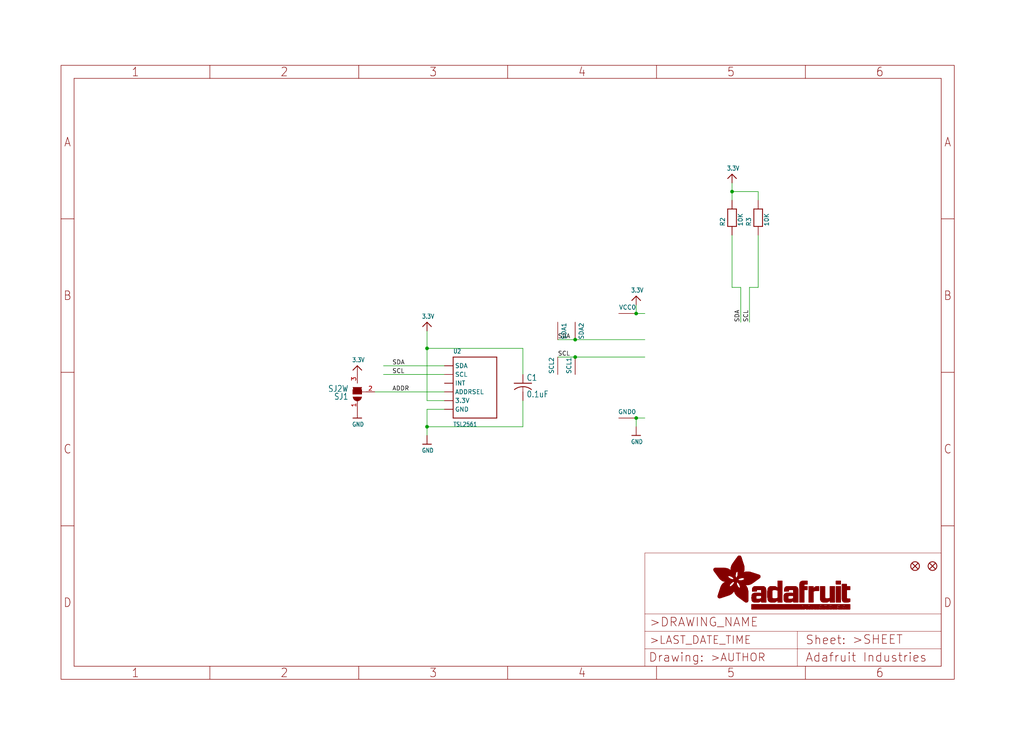
<source format=kicad_sch>
(kicad_sch (version 20211123) (generator eeschema)
  (paper "User" 298.45 217.881)
  (lib_symbols
    (symbol "schematicEagle-eagle-import:3.3V" (power)
      (property "Value" "3.3V" (at -1.524 1.016 0))
      (symbol "3.3V_1_0"
        (pin power_in line (at 0 -2.54 90) (length 2.54) (name "3.3V") (number "1"))
      )
    )
    (symbol "schematicEagle-eagle-import:C-USC0805K"
      (property "Reference" "C" (at 1.016 0.635 0))
      (property "Value" "C-USC0805K" (at 1.016 -4.191 0))
      (symbol "C-USC0805K_1_0"
        (pin passive line (at 0 2.54 270) (length 2.54) (name "1") (number "1"))
        (pin passive line (at 0 -5.08 90) (length 2.54) (name "2") (number "2"))
      )
    )
    (symbol "schematicEagle-eagle-import:FIDUCIAL{dblquote}{dblquote}")
    (symbol "schematicEagle-eagle-import:FRAME_A4_ADAFRUIT"
      (symbol "FRAME_A4_ADAFRUIT_0_0"
        (text "1" (at 21.6958 1.905 0) (effects (font (size 2.54 2.286))))
        (text "1" (at 21.6958 177.165 0) (effects (font (size 2.54 2.286))))
        (text "2" (at 65.0875 1.905 0) (effects (font (size 2.54 2.286))))
        (text "2" (at 65.0875 177.165 0) (effects (font (size 2.54 2.286))))
        (text "3" (at 108.4792 1.905 0) (effects (font (size 2.54 2.286))))
        (text "3" (at 108.4792 177.165 0) (effects (font (size 2.54 2.286))))
        (text "4" (at 151.8708 1.905 0) (effects (font (size 2.54 2.286))))
        (text "4" (at 151.8708 177.165 0) (effects (font (size 2.54 2.286))))
        (text "5" (at 195.2625 1.905 0) (effects (font (size 2.54 2.286))))
        (text "5" (at 195.2625 177.165 0) (effects (font (size 2.54 2.286))))
        (text "6" (at 238.6542 1.905 0) (effects (font (size 2.54 2.286))))
        (text "6" (at 238.6542 177.165 0) (effects (font (size 2.54 2.286))))
        (text "A" (at 1.905 156.6863 0) (effects (font (size 2.54 2.286))))
        (text "A" (at 258.445 156.6863 0) (effects (font (size 2.54 2.286))))
        (text "B" (at 1.905 111.9188 0) (effects (font (size 2.54 2.286))))
        (text "B" (at 258.445 111.9188 0) (effects (font (size 2.54 2.286))))
        (text "C" (at 1.905 67.1513 0) (effects (font (size 2.54 2.286))))
        (text "C" (at 258.445 67.1513 0) (effects (font (size 2.54 2.286))))
        (text "D" (at 1.905 22.3838 0) (effects (font (size 2.54 2.286))))
        (text "D" (at 258.445 22.3838 0) (effects (font (size 2.54 2.286))))
      )
      (symbol "FRAME_A4_ADAFRUIT_1_0"
        (text ">AUTHOR" (at 189.23 5.08 0) (effects (font (size 2.286 2.286)) (justify left bottom)))
        (text ">DRAWING_NAME" (at 171.45 15.24 0) (effects (font (size 2.54 2.54)) (justify left bottom)))
        (text ">LAST_DATE_TIME" (at 171.45 10.16 0) (effects (font (size 2.286 2.286)) (justify left bottom)))
        (text ">SHEET" (at 230.505 10.16 0) (effects (font (size 2.54 2.54)) (justify left bottom)))
        (text "Adafruit Industries" (at 216.916 4.953 0) (effects (font (size 2.54 2.54)) (justify left bottom)))
        (text "Drawing:" (at 171.196 4.953 0) (effects (font (size 2.54 2.54)) (justify left bottom)))
        (text "Sheet:" (at 216.916 10.033 0) (effects (font (size 2.54 2.54)) (justify left bottom)))
      )
    )
    (symbol "schematicEagle-eagle-import:GND" (power)
      (property "Value" "GND" (at -1.524 -2.54 0))
      (symbol "GND_1_0"
        (pin power_in line (at 0 2.54 270) (length 2.54) (name "GND") (number "1"))
      )
    )
    (symbol "schematicEagle-eagle-import:RESISTOR_0805"
      (property "Reference" "R" (at -2.54 2.032 0))
      (property "Value" "RESISTOR_0805" (at -2.54 -3.175 0))
      (symbol "RESISTOR_0805_1_0"
        (pin passive line (at -5.08 0 0) (length 2.54) (name "1") (number "1"))
        (pin passive line (at 5.08 0 180) (length 2.54) (name "2") (number "2"))
      )
    )
    (symbol "schematicEagle-eagle-import:SEWTAP0.5IN"
      (property "Reference" "TP" (at 0 2.54 0))
      (symbol "SEWTAP0.5IN_1_0"
        (pin bidirectional line (at 0 0 180) (length 5.08) (name "SEW") (number "TAP"))
      )
    )
    (symbol "schematicEagle-eagle-import:SJ2W"
      (property "Reference" "SJ" (at 2.54 0.381 0))
      (property "Value" "SJ2W" (at 2.54 -1.905 0))
      (symbol "SJ2W_1_0"
        (pin passive line (at 0 5.08 270) (length 2.54) (name "1") (number "1"))
        (pin passive line (at -5.08 0 0) (length 2.54) (name "2") (number "2"))
        (pin passive line (at 0 -5.08 90) (length 2.54) (name "3") (number "3"))
      )
    )
    (symbol "schematicEagle-eagle-import:TSL2561"
      (property "Reference" "U" (at -7.62 8.636 0))
      (property "Value" "TSL2561" (at -7.62 -12.7 0))
      (symbol "TSL2561_1_0"
        (pin bidirectional line (at -10.16 -2.54 0) (length 2.54) (name "ADDRSEL") (number "ADR"))
        (pin bidirectional line (at -10.16 2.54 0) (length 2.54) (name "SCL") (number "CLK"))
        (pin bidirectional line (at -10.16 5.08 0) (length 2.54) (name "SDA") (number "DATA"))
        (pin bidirectional line (at -10.16 0 0) (length 2.54) (name "INT") (number "INT"))
        (pin bidirectional line (at -10.16 -5.08 0) (length 2.54) (name "3.3V") (number "VDD"))
        (pin bidirectional line (at -10.16 -7.62 0) (length 2.54) (name "GND") (number "VSS"))
      )
    )
  )
  (junction (at 124.46 124.46))
  (junction (at 185.42 91.44))
  (junction (at 185.42 121.92))
  (junction (at 167.64 104.14))
  (junction (at 213.36 55.88))
  (junction (at 124.46 101.6))
  (junction (at 167.64 99.06))
  (wire (pts (xy 213.36 55.88) (xy 213.36 53.34)))
  (wire (pts (xy 124.46 127) (xy 124.46 124.46)))
  (wire (pts (xy 213.36 58.42) (xy 213.36 55.88)))
  (wire (pts (xy 218.44 83.82) (xy 218.44 93.98)))
  (wire (pts (xy 185.42 91.44) (xy 185.42 88.9)))
  (wire (pts (xy 187.96 104.14) (xy 167.64 104.14)))
  (wire (pts (xy 187.96 91.44) (xy 185.42 91.44)))
  (wire (pts (xy 167.64 104.14) (xy 162.56 104.14)))
  (wire (pts (xy 111.76 106.68) (xy 129.54 106.68)))
  (wire (pts (xy 129.54 114.3) (xy 109.22 114.3)))
  (wire (pts (xy 124.46 119.38) (xy 129.54 119.38)))
  (wire (pts (xy 124.46 124.46) (xy 124.46 119.38)))
  (wire (pts (xy 185.42 121.92) (xy 185.42 124.46)))
  (wire (pts (xy 220.98 68.58) (xy 220.98 83.82)))
  (wire (pts (xy 218.44 83.82) (xy 220.98 83.82)))
  (wire (pts (xy 152.4 109.22) (xy 152.4 101.6)))
  (wire (pts (xy 213.36 68.58) (xy 213.36 83.82)))
  (wire (pts (xy 124.46 116.84) (xy 124.46 101.6)))
  (wire (pts (xy 152.4 124.46) (xy 152.4 116.84)))
  (wire (pts (xy 187.96 99.06) (xy 167.64 99.06)))
  (wire (pts (xy 167.64 99.06) (xy 162.56 99.06)))
  (wire (pts (xy 220.98 55.88) (xy 213.36 55.88)))
  (wire (pts (xy 213.36 83.82) (xy 215.9 83.82)))
  (wire (pts (xy 124.46 101.6) (xy 124.46 96.52)))
  (wire (pts (xy 215.9 83.82) (xy 215.9 93.98)))
  (wire (pts (xy 129.54 116.84) (xy 124.46 116.84)))
  (wire (pts (xy 111.76 109.22) (xy 129.54 109.22)))
  (wire (pts (xy 220.98 58.42) (xy 220.98 55.88)))
  (wire (pts (xy 152.4 101.6) (xy 124.46 101.6)))
  (wire (pts (xy 187.96 121.92) (xy 185.42 121.92)))
  (wire (pts (xy 124.46 124.46) (xy 152.4 124.46)))
  (label "SCL" (at 114.3 109.22 0) (effects (font (size 1.2446 1.2446))))
  (label "SDA" (at 162.56 99.06 0) (effects (font (size 1.2446 1.2446))))
  (label "SDA" (at 114.3 106.68 0) (effects (font (size 1.2446 1.2446))))
  (label "SDA" (at 215.9 93.98 90) (effects (font (size 1.2446 1.2446))))
  (label "SCL" (at 218.44 93.98 90) (effects (font (size 1.2446 1.2446))))
  (label "SCL" (at 162.56 104.14 0) (effects (font (size 1.2446 1.2446))))
  (label "ADDR" (at 114.3 114.3 0) (effects (font (size 1.2446 1.2446))))
  (symbol (lib_id "schematicEagle-eagle-import:3.3V") (at 124.46 93.98 0) (unit 1)
    (property "Reference" "#U$2" (effects hide))
    (property "Value" "3.3V" (at 122.936 92.964 0) (effects (font (size 1.27 1.0795)) (justify left bottom)))
    (property "Footprint" "schematicEagle:" (effects hide))
  )
  (symbol (lib_id "schematicEagle-eagle-import:SEWTAP0.5IN") (at 185.42 91.44 0) (unit 1)
    (property "Reference" "VCC0" (at 185.42 88.9 0) (effects (justify right top)))
    (property "Value" "SEWTAP0.5IN" (effects hide))
    (property "Footprint" "schematicEagle:SEWINGTAP_0.5" (effects hide))
  )
  (symbol (lib_id "schematicEagle-eagle-import:SEWTAP0.5IN") (at 167.64 104.14 90) (unit 1)
    (property "Reference" "SCL1" (at 165.1 104.14 0) (effects (justify right top)))
    (property "Value" "SEWTAP0.5IN" (effects hide))
    (property "Footprint" "schematicEagle:SEWINGTAP_0.5" (effects hide))
  )
  (symbol (lib_id "schematicEagle-eagle-import:SEWTAP0.5IN") (at 167.64 99.06 270) (unit 1)
    (property "Reference" "SDA2" (at 170.18 99.06 0) (effects (justify right top)))
    (property "Value" "SEWTAP0.5IN" (effects hide))
    (property "Footprint" "schematicEagle:SEWINGTAP_0.5" (effects hide))
  )
  (symbol (lib_id "schematicEagle-eagle-import:GND") (at 185.42 127 0) (unit 1)
    (property "Reference" "#U$10" (effects hide))
    (property "Value" "GND" (at 183.896 129.54 0) (effects (font (size 1.27 1.0795)) (justify left bottom)))
    (property "Footprint" "schematicEagle:" (effects hide))
  )
  (symbol (lib_id "schematicEagle-eagle-import:RESISTOR_0805") (at 220.98 63.5 90) (unit 1)
    (property "Reference" "R3" (at 218.948 66.04 0) (effects (justify left bottom)))
    (property "Value" "10K" (at 224.155 66.04 0) (effects (justify left bottom)))
    (property "Footprint" "schematicEagle:_0805" (effects hide))
  )
  (symbol (lib_id "schematicEagle-eagle-import:3.3V") (at 213.36 50.8 0) (unit 1)
    (property "Reference" "#U$11" (effects hide))
    (property "Value" "3.3V" (at 211.836 49.784 0) (effects (font (size 1.27 1.0795)) (justify left bottom)))
    (property "Footprint" "schematicEagle:" (effects hide))
  )
  (symbol (lib_id "schematicEagle-eagle-import:FIDUCIAL{dblquote}{dblquote}") (at 271.78 165.1 0) (unit 1)
    (property "Reference" "FID1" (effects hide))
    (property "Value" "FIDUCIAL{dblquote}{dblquote}" (effects hide))
    (property "Footprint" "schematicEagle:FIDUCIAL_1MM" (effects hide))
  )
  (symbol (lib_id "schematicEagle-eagle-import:3.3V") (at 185.42 86.36 0) (unit 1)
    (property "Reference" "#U$5" (effects hide))
    (property "Value" "3.3V" (at 183.896 85.344 0) (effects (font (size 1.27 1.0795)) (justify left bottom)))
    (property "Footprint" "schematicEagle:" (effects hide))
  )
  (symbol (lib_id "schematicEagle-eagle-import:FRAME_A4_ADAFRUIT") (at 17.78 198.12 0) (unit 1)
    (property "Reference" "#U$1" (effects hide))
    (property "Value" "FRAME_A4_ADAFRUIT" (effects hide))
    (property "Footprint" "schematicEagle:" (effects hide))
  )
  (symbol (lib_id "schematicEagle-eagle-import:SEWTAP0.5IN") (at 162.56 104.14 90) (unit 1)
    (property "Reference" "SCL2" (at 160.02 104.14 0) (effects (justify right top)))
    (property "Value" "SEWTAP0.5IN" (effects hide))
    (property "Footprint" "schematicEagle:SEWINGTAP_0.5" (effects hide))
  )
  (symbol (lib_id "schematicEagle-eagle-import:GND") (at 124.46 129.54 0) (unit 1)
    (property "Reference" "#U$12" (effects hide))
    (property "Value" "GND" (at 122.936 132.08 0) (effects (font (size 1.27 1.0795)) (justify left bottom)))
    (property "Footprint" "schematicEagle:" (effects hide))
  )
  (symbol (lib_id "schematicEagle-eagle-import:SEWTAP0.5IN") (at 162.56 99.06 270) (unit 1)
    (property "Reference" "SDA1" (at 165.1 99.06 0) (effects (justify right top)))
    (property "Value" "SEWTAP0.5IN" (effects hide))
    (property "Footprint" "schematicEagle:SEWINGTAP_0.5" (effects hide))
  )
  (symbol (lib_id "schematicEagle-eagle-import:SEWTAP0.5IN") (at 185.42 121.92 0) (unit 1)
    (property "Reference" "GND0" (at 185.42 119.38 0) (effects (justify right top)))
    (property "Value" "SEWTAP0.5IN" (effects hide))
    (property "Footprint" "schematicEagle:SEWINGTAP_0.5" (effects hide))
  )
  (symbol (lib_id "schematicEagle-eagle-import:GND") (at 104.14 121.92 0) (unit 1)
    (property "Reference" "#U$7" (effects hide))
    (property "Value" "GND" (at 102.616 124.46 0) (effects (font (size 1.27 1.0795)) (justify left bottom)))
    (property "Footprint" "schematicEagle:" (effects hide))
  )
  (symbol (lib_id "schematicEagle-eagle-import:RESISTOR_0805") (at 213.36 63.5 90) (unit 1)
    (property "Reference" "R2" (at 211.328 66.04 0) (effects (justify left bottom)))
    (property "Value" "10K" (at 216.535 66.04 0) (effects (justify left bottom)))
    (property "Footprint" "schematicEagle:_0805" (effects hide))
  )
  (symbol (lib_id "schematicEagle-eagle-import:C-USC0805K") (at 152.4 111.76 0) (unit 1)
    (property "Reference" "C1" (at 153.416 111.125 0) (effects (font (size 1.778 1.5113)) (justify left bottom)))
    (property "Value" "0.1uF" (at 153.416 115.951 0) (effects (font (size 1.778 1.5113)) (justify left bottom)))
    (property "Footprint" "schematicEagle:C0805K" (effects hide))
  )
  (symbol (lib_id "schematicEagle-eagle-import:FIDUCIAL{dblquote}{dblquote}") (at 266.7 165.1 0) (unit 1)
    (property "Reference" "FID2" (effects hide))
    (property "Value" "FIDUCIAL{dblquote}{dblquote}" (effects hide))
    (property "Footprint" "schematicEagle:FIDUCIAL_1MM" (effects hide))
  )
  (symbol (lib_id "schematicEagle-eagle-import:SJ2W") (at 104.14 114.3 180) (unit 1)
    (property "Reference" "SJ1" (at 101.6 114.681 0) (effects (font (size 1.778 1.5113)) (justify left bottom)))
    (property "Value" "SJ2W" (at 101.6 112.395 0) (effects (font (size 1.778 1.5113)) (justify left bottom)))
    (property "Footprint" "schematicEagle:SJ_2" (effects hide))
  )
  (symbol (lib_id "schematicEagle-eagle-import:TSL2561") (at 139.7 111.76 0) (unit 1)
    (property "Reference" "U2" (at 132.08 103.124 0) (effects (font (size 1.27 1.0795)) (justify left bottom)))
    (property "Value" "TSL2561" (at 132.08 124.46 0) (effects (font (size 1.27 1.0795)) (justify left bottom)))
    (property "Footprint" "schematicEagle:TSL2561_FN" (effects hide))
  )
  (symbol (lib_id "schematicEagle-eagle-import:3.3V") (at 104.14 106.68 0) (unit 1)
    (property "Reference" "#U$6" (effects hide))
    (property "Value" "3.3V" (at 102.616 105.664 0) (effects (font (size 1.27 1.0795)) (justify left bottom)))
    (property "Footprint" "schematicEagle:" (effects hide))
  )
)
</source>
